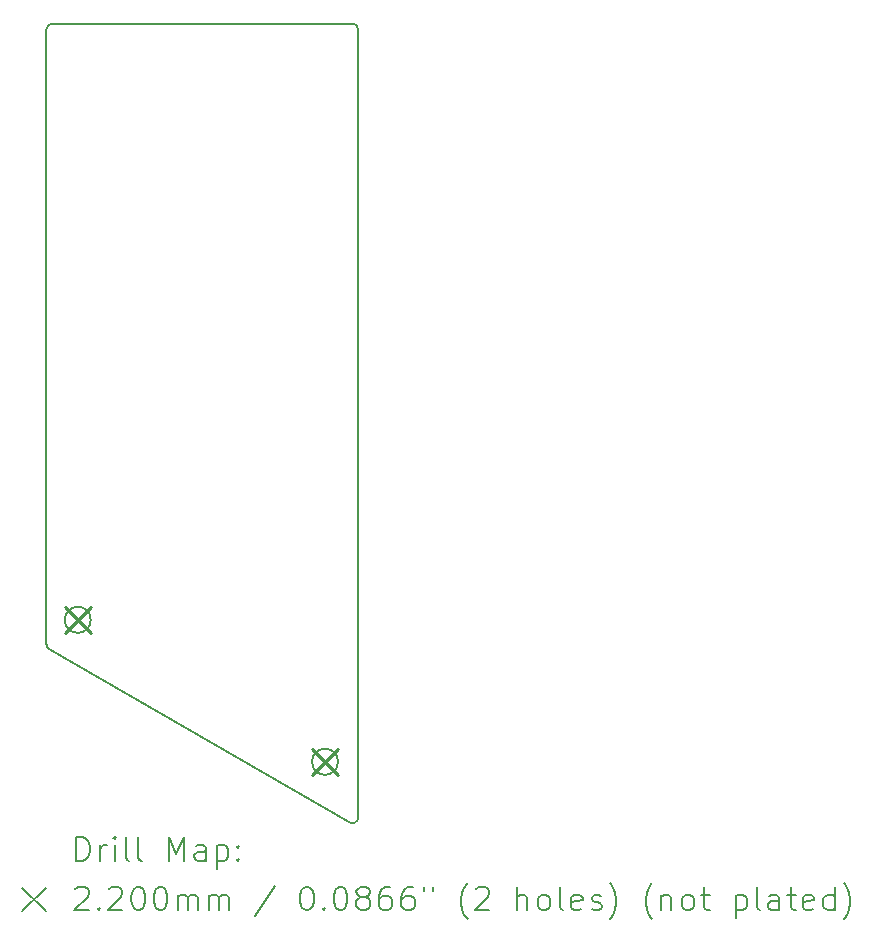
<source format=gbr>
%TF.GenerationSoftware,KiCad,Pcbnew,8.0.8+1*%
%TF.CreationDate,2025-06-17T15:49:25+00:00*%
%TF.ProjectId,controller_overlay,636f6e74-726f-46c6-9c65-725f6f766572,0.2*%
%TF.SameCoordinates,Original*%
%TF.FileFunction,Drillmap*%
%TF.FilePolarity,Positive*%
%FSLAX45Y45*%
G04 Gerber Fmt 4.5, Leading zero omitted, Abs format (unit mm)*
G04 Created by KiCad (PCBNEW 8.0.8+1) date 2025-06-17 15:49:25*
%MOMM*%
%LPD*%
G01*
G04 APERTURE LIST*
%ADD10C,0.150000*%
%ADD11C,0.200000*%
%ADD12C,0.220000*%
G04 APERTURE END LIST*
D10*
X20511300Y-9127028D02*
X20511300Y-3924000D01*
X20561300Y-3874000D02*
X23101300Y-3874000D01*
X23151300Y-3924000D02*
X23151300Y-10593498D01*
X23076300Y-10636799D02*
X20536300Y-9170329D01*
X20511300Y-3924000D02*
G75*
G02*
X20561300Y-3874000I50000J0D01*
G01*
X23101300Y-3874000D02*
G75*
G02*
X23151300Y-3924000I0J-50000D01*
G01*
X23151300Y-10593498D02*
G75*
G02*
X23076301Y-10636798I-50000J2D01*
G01*
X20536300Y-9170329D02*
G75*
G02*
X20511302Y-9127028I25000J43299D01*
G01*
X20886200Y-8922600D02*
G75*
G02*
X20666200Y-8922600I-110000J0D01*
G01*
X20666200Y-8922600D02*
G75*
G02*
X20886200Y-8922600I110000J0D01*
G01*
X22979400Y-10124500D02*
G75*
G02*
X22759400Y-10124500I-110000J0D01*
G01*
X22759400Y-10124500D02*
G75*
G02*
X22979400Y-10124500I110000J0D01*
G01*
D11*
D12*
X20666200Y-8812600D02*
X20886200Y-9032600D01*
X20886200Y-8812600D02*
X20666200Y-9032600D01*
X22759400Y-10014500D02*
X22979400Y-10234500D01*
X22979400Y-10014500D02*
X22759400Y-10234500D01*
D11*
X20764577Y-10962480D02*
X20764577Y-10762480D01*
X20764577Y-10762480D02*
X20812196Y-10762480D01*
X20812196Y-10762480D02*
X20840767Y-10772004D01*
X20840767Y-10772004D02*
X20859815Y-10791051D01*
X20859815Y-10791051D02*
X20869339Y-10810099D01*
X20869339Y-10810099D02*
X20878863Y-10848194D01*
X20878863Y-10848194D02*
X20878863Y-10876765D01*
X20878863Y-10876765D02*
X20869339Y-10914861D01*
X20869339Y-10914861D02*
X20859815Y-10933908D01*
X20859815Y-10933908D02*
X20840767Y-10952956D01*
X20840767Y-10952956D02*
X20812196Y-10962480D01*
X20812196Y-10962480D02*
X20764577Y-10962480D01*
X20964577Y-10962480D02*
X20964577Y-10829146D01*
X20964577Y-10867242D02*
X20974101Y-10848194D01*
X20974101Y-10848194D02*
X20983624Y-10838670D01*
X20983624Y-10838670D02*
X21002672Y-10829146D01*
X21002672Y-10829146D02*
X21021720Y-10829146D01*
X21088386Y-10962480D02*
X21088386Y-10829146D01*
X21088386Y-10762480D02*
X21078863Y-10772004D01*
X21078863Y-10772004D02*
X21088386Y-10781527D01*
X21088386Y-10781527D02*
X21097910Y-10772004D01*
X21097910Y-10772004D02*
X21088386Y-10762480D01*
X21088386Y-10762480D02*
X21088386Y-10781527D01*
X21212196Y-10962480D02*
X21193148Y-10952956D01*
X21193148Y-10952956D02*
X21183624Y-10933908D01*
X21183624Y-10933908D02*
X21183624Y-10762480D01*
X21316958Y-10962480D02*
X21297910Y-10952956D01*
X21297910Y-10952956D02*
X21288386Y-10933908D01*
X21288386Y-10933908D02*
X21288386Y-10762480D01*
X21545529Y-10962480D02*
X21545529Y-10762480D01*
X21545529Y-10762480D02*
X21612196Y-10905337D01*
X21612196Y-10905337D02*
X21678863Y-10762480D01*
X21678863Y-10762480D02*
X21678863Y-10962480D01*
X21859815Y-10962480D02*
X21859815Y-10857718D01*
X21859815Y-10857718D02*
X21850291Y-10838670D01*
X21850291Y-10838670D02*
X21831244Y-10829146D01*
X21831244Y-10829146D02*
X21793148Y-10829146D01*
X21793148Y-10829146D02*
X21774101Y-10838670D01*
X21859815Y-10952956D02*
X21840767Y-10962480D01*
X21840767Y-10962480D02*
X21793148Y-10962480D01*
X21793148Y-10962480D02*
X21774101Y-10952956D01*
X21774101Y-10952956D02*
X21764577Y-10933908D01*
X21764577Y-10933908D02*
X21764577Y-10914861D01*
X21764577Y-10914861D02*
X21774101Y-10895813D01*
X21774101Y-10895813D02*
X21793148Y-10886289D01*
X21793148Y-10886289D02*
X21840767Y-10886289D01*
X21840767Y-10886289D02*
X21859815Y-10876765D01*
X21955053Y-10829146D02*
X21955053Y-11029146D01*
X21955053Y-10838670D02*
X21974101Y-10829146D01*
X21974101Y-10829146D02*
X22012196Y-10829146D01*
X22012196Y-10829146D02*
X22031244Y-10838670D01*
X22031244Y-10838670D02*
X22040767Y-10848194D01*
X22040767Y-10848194D02*
X22050291Y-10867242D01*
X22050291Y-10867242D02*
X22050291Y-10924384D01*
X22050291Y-10924384D02*
X22040767Y-10943432D01*
X22040767Y-10943432D02*
X22031244Y-10952956D01*
X22031244Y-10952956D02*
X22012196Y-10962480D01*
X22012196Y-10962480D02*
X21974101Y-10962480D01*
X21974101Y-10962480D02*
X21955053Y-10952956D01*
X22136005Y-10943432D02*
X22145529Y-10952956D01*
X22145529Y-10952956D02*
X22136005Y-10962480D01*
X22136005Y-10962480D02*
X22126482Y-10952956D01*
X22126482Y-10952956D02*
X22136005Y-10943432D01*
X22136005Y-10943432D02*
X22136005Y-10962480D01*
X22136005Y-10838670D02*
X22145529Y-10848194D01*
X22145529Y-10848194D02*
X22136005Y-10857718D01*
X22136005Y-10857718D02*
X22126482Y-10848194D01*
X22126482Y-10848194D02*
X22136005Y-10838670D01*
X22136005Y-10838670D02*
X22136005Y-10857718D01*
X20303800Y-11190996D02*
X20503800Y-11390996D01*
X20503800Y-11190996D02*
X20303800Y-11390996D01*
X20755053Y-11201527D02*
X20764577Y-11192003D01*
X20764577Y-11192003D02*
X20783624Y-11182480D01*
X20783624Y-11182480D02*
X20831244Y-11182480D01*
X20831244Y-11182480D02*
X20850291Y-11192003D01*
X20850291Y-11192003D02*
X20859815Y-11201527D01*
X20859815Y-11201527D02*
X20869339Y-11220575D01*
X20869339Y-11220575D02*
X20869339Y-11239622D01*
X20869339Y-11239622D02*
X20859815Y-11268194D01*
X20859815Y-11268194D02*
X20745529Y-11382480D01*
X20745529Y-11382480D02*
X20869339Y-11382480D01*
X20955053Y-11363432D02*
X20964577Y-11372956D01*
X20964577Y-11372956D02*
X20955053Y-11382480D01*
X20955053Y-11382480D02*
X20945529Y-11372956D01*
X20945529Y-11372956D02*
X20955053Y-11363432D01*
X20955053Y-11363432D02*
X20955053Y-11382480D01*
X21040767Y-11201527D02*
X21050291Y-11192003D01*
X21050291Y-11192003D02*
X21069339Y-11182480D01*
X21069339Y-11182480D02*
X21116958Y-11182480D01*
X21116958Y-11182480D02*
X21136005Y-11192003D01*
X21136005Y-11192003D02*
X21145529Y-11201527D01*
X21145529Y-11201527D02*
X21155053Y-11220575D01*
X21155053Y-11220575D02*
X21155053Y-11239622D01*
X21155053Y-11239622D02*
X21145529Y-11268194D01*
X21145529Y-11268194D02*
X21031244Y-11382480D01*
X21031244Y-11382480D02*
X21155053Y-11382480D01*
X21278863Y-11182480D02*
X21297910Y-11182480D01*
X21297910Y-11182480D02*
X21316958Y-11192003D01*
X21316958Y-11192003D02*
X21326482Y-11201527D01*
X21326482Y-11201527D02*
X21336005Y-11220575D01*
X21336005Y-11220575D02*
X21345529Y-11258670D01*
X21345529Y-11258670D02*
X21345529Y-11306289D01*
X21345529Y-11306289D02*
X21336005Y-11344384D01*
X21336005Y-11344384D02*
X21326482Y-11363432D01*
X21326482Y-11363432D02*
X21316958Y-11372956D01*
X21316958Y-11372956D02*
X21297910Y-11382480D01*
X21297910Y-11382480D02*
X21278863Y-11382480D01*
X21278863Y-11382480D02*
X21259815Y-11372956D01*
X21259815Y-11372956D02*
X21250291Y-11363432D01*
X21250291Y-11363432D02*
X21240767Y-11344384D01*
X21240767Y-11344384D02*
X21231244Y-11306289D01*
X21231244Y-11306289D02*
X21231244Y-11258670D01*
X21231244Y-11258670D02*
X21240767Y-11220575D01*
X21240767Y-11220575D02*
X21250291Y-11201527D01*
X21250291Y-11201527D02*
X21259815Y-11192003D01*
X21259815Y-11192003D02*
X21278863Y-11182480D01*
X21469339Y-11182480D02*
X21488386Y-11182480D01*
X21488386Y-11182480D02*
X21507434Y-11192003D01*
X21507434Y-11192003D02*
X21516958Y-11201527D01*
X21516958Y-11201527D02*
X21526482Y-11220575D01*
X21526482Y-11220575D02*
X21536005Y-11258670D01*
X21536005Y-11258670D02*
X21536005Y-11306289D01*
X21536005Y-11306289D02*
X21526482Y-11344384D01*
X21526482Y-11344384D02*
X21516958Y-11363432D01*
X21516958Y-11363432D02*
X21507434Y-11372956D01*
X21507434Y-11372956D02*
X21488386Y-11382480D01*
X21488386Y-11382480D02*
X21469339Y-11382480D01*
X21469339Y-11382480D02*
X21450291Y-11372956D01*
X21450291Y-11372956D02*
X21440767Y-11363432D01*
X21440767Y-11363432D02*
X21431244Y-11344384D01*
X21431244Y-11344384D02*
X21421720Y-11306289D01*
X21421720Y-11306289D02*
X21421720Y-11258670D01*
X21421720Y-11258670D02*
X21431244Y-11220575D01*
X21431244Y-11220575D02*
X21440767Y-11201527D01*
X21440767Y-11201527D02*
X21450291Y-11192003D01*
X21450291Y-11192003D02*
X21469339Y-11182480D01*
X21621720Y-11382480D02*
X21621720Y-11249146D01*
X21621720Y-11268194D02*
X21631244Y-11258670D01*
X21631244Y-11258670D02*
X21650291Y-11249146D01*
X21650291Y-11249146D02*
X21678863Y-11249146D01*
X21678863Y-11249146D02*
X21697910Y-11258670D01*
X21697910Y-11258670D02*
X21707434Y-11277718D01*
X21707434Y-11277718D02*
X21707434Y-11382480D01*
X21707434Y-11277718D02*
X21716958Y-11258670D01*
X21716958Y-11258670D02*
X21736005Y-11249146D01*
X21736005Y-11249146D02*
X21764577Y-11249146D01*
X21764577Y-11249146D02*
X21783625Y-11258670D01*
X21783625Y-11258670D02*
X21793148Y-11277718D01*
X21793148Y-11277718D02*
X21793148Y-11382480D01*
X21888386Y-11382480D02*
X21888386Y-11249146D01*
X21888386Y-11268194D02*
X21897910Y-11258670D01*
X21897910Y-11258670D02*
X21916958Y-11249146D01*
X21916958Y-11249146D02*
X21945529Y-11249146D01*
X21945529Y-11249146D02*
X21964577Y-11258670D01*
X21964577Y-11258670D02*
X21974101Y-11277718D01*
X21974101Y-11277718D02*
X21974101Y-11382480D01*
X21974101Y-11277718D02*
X21983625Y-11258670D01*
X21983625Y-11258670D02*
X22002672Y-11249146D01*
X22002672Y-11249146D02*
X22031244Y-11249146D01*
X22031244Y-11249146D02*
X22050291Y-11258670D01*
X22050291Y-11258670D02*
X22059815Y-11277718D01*
X22059815Y-11277718D02*
X22059815Y-11382480D01*
X22450291Y-11172956D02*
X22278863Y-11430099D01*
X22707434Y-11182480D02*
X22726482Y-11182480D01*
X22726482Y-11182480D02*
X22745529Y-11192003D01*
X22745529Y-11192003D02*
X22755053Y-11201527D01*
X22755053Y-11201527D02*
X22764577Y-11220575D01*
X22764577Y-11220575D02*
X22774101Y-11258670D01*
X22774101Y-11258670D02*
X22774101Y-11306289D01*
X22774101Y-11306289D02*
X22764577Y-11344384D01*
X22764577Y-11344384D02*
X22755053Y-11363432D01*
X22755053Y-11363432D02*
X22745529Y-11372956D01*
X22745529Y-11372956D02*
X22726482Y-11382480D01*
X22726482Y-11382480D02*
X22707434Y-11382480D01*
X22707434Y-11382480D02*
X22688386Y-11372956D01*
X22688386Y-11372956D02*
X22678863Y-11363432D01*
X22678863Y-11363432D02*
X22669339Y-11344384D01*
X22669339Y-11344384D02*
X22659815Y-11306289D01*
X22659815Y-11306289D02*
X22659815Y-11258670D01*
X22659815Y-11258670D02*
X22669339Y-11220575D01*
X22669339Y-11220575D02*
X22678863Y-11201527D01*
X22678863Y-11201527D02*
X22688386Y-11192003D01*
X22688386Y-11192003D02*
X22707434Y-11182480D01*
X22859815Y-11363432D02*
X22869339Y-11372956D01*
X22869339Y-11372956D02*
X22859815Y-11382480D01*
X22859815Y-11382480D02*
X22850291Y-11372956D01*
X22850291Y-11372956D02*
X22859815Y-11363432D01*
X22859815Y-11363432D02*
X22859815Y-11382480D01*
X22993148Y-11182480D02*
X23012196Y-11182480D01*
X23012196Y-11182480D02*
X23031244Y-11192003D01*
X23031244Y-11192003D02*
X23040767Y-11201527D01*
X23040767Y-11201527D02*
X23050291Y-11220575D01*
X23050291Y-11220575D02*
X23059815Y-11258670D01*
X23059815Y-11258670D02*
X23059815Y-11306289D01*
X23059815Y-11306289D02*
X23050291Y-11344384D01*
X23050291Y-11344384D02*
X23040767Y-11363432D01*
X23040767Y-11363432D02*
X23031244Y-11372956D01*
X23031244Y-11372956D02*
X23012196Y-11382480D01*
X23012196Y-11382480D02*
X22993148Y-11382480D01*
X22993148Y-11382480D02*
X22974101Y-11372956D01*
X22974101Y-11372956D02*
X22964577Y-11363432D01*
X22964577Y-11363432D02*
X22955053Y-11344384D01*
X22955053Y-11344384D02*
X22945529Y-11306289D01*
X22945529Y-11306289D02*
X22945529Y-11258670D01*
X22945529Y-11258670D02*
X22955053Y-11220575D01*
X22955053Y-11220575D02*
X22964577Y-11201527D01*
X22964577Y-11201527D02*
X22974101Y-11192003D01*
X22974101Y-11192003D02*
X22993148Y-11182480D01*
X23174101Y-11268194D02*
X23155053Y-11258670D01*
X23155053Y-11258670D02*
X23145529Y-11249146D01*
X23145529Y-11249146D02*
X23136006Y-11230099D01*
X23136006Y-11230099D02*
X23136006Y-11220575D01*
X23136006Y-11220575D02*
X23145529Y-11201527D01*
X23145529Y-11201527D02*
X23155053Y-11192003D01*
X23155053Y-11192003D02*
X23174101Y-11182480D01*
X23174101Y-11182480D02*
X23212196Y-11182480D01*
X23212196Y-11182480D02*
X23231244Y-11192003D01*
X23231244Y-11192003D02*
X23240767Y-11201527D01*
X23240767Y-11201527D02*
X23250291Y-11220575D01*
X23250291Y-11220575D02*
X23250291Y-11230099D01*
X23250291Y-11230099D02*
X23240767Y-11249146D01*
X23240767Y-11249146D02*
X23231244Y-11258670D01*
X23231244Y-11258670D02*
X23212196Y-11268194D01*
X23212196Y-11268194D02*
X23174101Y-11268194D01*
X23174101Y-11268194D02*
X23155053Y-11277718D01*
X23155053Y-11277718D02*
X23145529Y-11287242D01*
X23145529Y-11287242D02*
X23136006Y-11306289D01*
X23136006Y-11306289D02*
X23136006Y-11344384D01*
X23136006Y-11344384D02*
X23145529Y-11363432D01*
X23145529Y-11363432D02*
X23155053Y-11372956D01*
X23155053Y-11372956D02*
X23174101Y-11382480D01*
X23174101Y-11382480D02*
X23212196Y-11382480D01*
X23212196Y-11382480D02*
X23231244Y-11372956D01*
X23231244Y-11372956D02*
X23240767Y-11363432D01*
X23240767Y-11363432D02*
X23250291Y-11344384D01*
X23250291Y-11344384D02*
X23250291Y-11306289D01*
X23250291Y-11306289D02*
X23240767Y-11287242D01*
X23240767Y-11287242D02*
X23231244Y-11277718D01*
X23231244Y-11277718D02*
X23212196Y-11268194D01*
X23421720Y-11182480D02*
X23383625Y-11182480D01*
X23383625Y-11182480D02*
X23364577Y-11192003D01*
X23364577Y-11192003D02*
X23355053Y-11201527D01*
X23355053Y-11201527D02*
X23336006Y-11230099D01*
X23336006Y-11230099D02*
X23326482Y-11268194D01*
X23326482Y-11268194D02*
X23326482Y-11344384D01*
X23326482Y-11344384D02*
X23336006Y-11363432D01*
X23336006Y-11363432D02*
X23345529Y-11372956D01*
X23345529Y-11372956D02*
X23364577Y-11382480D01*
X23364577Y-11382480D02*
X23402672Y-11382480D01*
X23402672Y-11382480D02*
X23421720Y-11372956D01*
X23421720Y-11372956D02*
X23431244Y-11363432D01*
X23431244Y-11363432D02*
X23440767Y-11344384D01*
X23440767Y-11344384D02*
X23440767Y-11296765D01*
X23440767Y-11296765D02*
X23431244Y-11277718D01*
X23431244Y-11277718D02*
X23421720Y-11268194D01*
X23421720Y-11268194D02*
X23402672Y-11258670D01*
X23402672Y-11258670D02*
X23364577Y-11258670D01*
X23364577Y-11258670D02*
X23345529Y-11268194D01*
X23345529Y-11268194D02*
X23336006Y-11277718D01*
X23336006Y-11277718D02*
X23326482Y-11296765D01*
X23612196Y-11182480D02*
X23574101Y-11182480D01*
X23574101Y-11182480D02*
X23555053Y-11192003D01*
X23555053Y-11192003D02*
X23545529Y-11201527D01*
X23545529Y-11201527D02*
X23526482Y-11230099D01*
X23526482Y-11230099D02*
X23516958Y-11268194D01*
X23516958Y-11268194D02*
X23516958Y-11344384D01*
X23516958Y-11344384D02*
X23526482Y-11363432D01*
X23526482Y-11363432D02*
X23536006Y-11372956D01*
X23536006Y-11372956D02*
X23555053Y-11382480D01*
X23555053Y-11382480D02*
X23593148Y-11382480D01*
X23593148Y-11382480D02*
X23612196Y-11372956D01*
X23612196Y-11372956D02*
X23621720Y-11363432D01*
X23621720Y-11363432D02*
X23631244Y-11344384D01*
X23631244Y-11344384D02*
X23631244Y-11296765D01*
X23631244Y-11296765D02*
X23621720Y-11277718D01*
X23621720Y-11277718D02*
X23612196Y-11268194D01*
X23612196Y-11268194D02*
X23593148Y-11258670D01*
X23593148Y-11258670D02*
X23555053Y-11258670D01*
X23555053Y-11258670D02*
X23536006Y-11268194D01*
X23536006Y-11268194D02*
X23526482Y-11277718D01*
X23526482Y-11277718D02*
X23516958Y-11296765D01*
X23707434Y-11182480D02*
X23707434Y-11220575D01*
X23783625Y-11182480D02*
X23783625Y-11220575D01*
X24078863Y-11458670D02*
X24069339Y-11449146D01*
X24069339Y-11449146D02*
X24050291Y-11420575D01*
X24050291Y-11420575D02*
X24040768Y-11401527D01*
X24040768Y-11401527D02*
X24031244Y-11372956D01*
X24031244Y-11372956D02*
X24021720Y-11325337D01*
X24021720Y-11325337D02*
X24021720Y-11287242D01*
X24021720Y-11287242D02*
X24031244Y-11239622D01*
X24031244Y-11239622D02*
X24040768Y-11211051D01*
X24040768Y-11211051D02*
X24050291Y-11192003D01*
X24050291Y-11192003D02*
X24069339Y-11163432D01*
X24069339Y-11163432D02*
X24078863Y-11153908D01*
X24145529Y-11201527D02*
X24155053Y-11192003D01*
X24155053Y-11192003D02*
X24174101Y-11182480D01*
X24174101Y-11182480D02*
X24221720Y-11182480D01*
X24221720Y-11182480D02*
X24240768Y-11192003D01*
X24240768Y-11192003D02*
X24250291Y-11201527D01*
X24250291Y-11201527D02*
X24259815Y-11220575D01*
X24259815Y-11220575D02*
X24259815Y-11239622D01*
X24259815Y-11239622D02*
X24250291Y-11268194D01*
X24250291Y-11268194D02*
X24136006Y-11382480D01*
X24136006Y-11382480D02*
X24259815Y-11382480D01*
X24497910Y-11382480D02*
X24497910Y-11182480D01*
X24583625Y-11382480D02*
X24583625Y-11277718D01*
X24583625Y-11277718D02*
X24574101Y-11258670D01*
X24574101Y-11258670D02*
X24555053Y-11249146D01*
X24555053Y-11249146D02*
X24526482Y-11249146D01*
X24526482Y-11249146D02*
X24507434Y-11258670D01*
X24507434Y-11258670D02*
X24497910Y-11268194D01*
X24707434Y-11382480D02*
X24688387Y-11372956D01*
X24688387Y-11372956D02*
X24678863Y-11363432D01*
X24678863Y-11363432D02*
X24669339Y-11344384D01*
X24669339Y-11344384D02*
X24669339Y-11287242D01*
X24669339Y-11287242D02*
X24678863Y-11268194D01*
X24678863Y-11268194D02*
X24688387Y-11258670D01*
X24688387Y-11258670D02*
X24707434Y-11249146D01*
X24707434Y-11249146D02*
X24736006Y-11249146D01*
X24736006Y-11249146D02*
X24755053Y-11258670D01*
X24755053Y-11258670D02*
X24764577Y-11268194D01*
X24764577Y-11268194D02*
X24774101Y-11287242D01*
X24774101Y-11287242D02*
X24774101Y-11344384D01*
X24774101Y-11344384D02*
X24764577Y-11363432D01*
X24764577Y-11363432D02*
X24755053Y-11372956D01*
X24755053Y-11372956D02*
X24736006Y-11382480D01*
X24736006Y-11382480D02*
X24707434Y-11382480D01*
X24888387Y-11382480D02*
X24869339Y-11372956D01*
X24869339Y-11372956D02*
X24859815Y-11353908D01*
X24859815Y-11353908D02*
X24859815Y-11182480D01*
X25040768Y-11372956D02*
X25021720Y-11382480D01*
X25021720Y-11382480D02*
X24983625Y-11382480D01*
X24983625Y-11382480D02*
X24964577Y-11372956D01*
X24964577Y-11372956D02*
X24955053Y-11353908D01*
X24955053Y-11353908D02*
X24955053Y-11277718D01*
X24955053Y-11277718D02*
X24964577Y-11258670D01*
X24964577Y-11258670D02*
X24983625Y-11249146D01*
X24983625Y-11249146D02*
X25021720Y-11249146D01*
X25021720Y-11249146D02*
X25040768Y-11258670D01*
X25040768Y-11258670D02*
X25050291Y-11277718D01*
X25050291Y-11277718D02*
X25050291Y-11296765D01*
X25050291Y-11296765D02*
X24955053Y-11315813D01*
X25126482Y-11372956D02*
X25145530Y-11382480D01*
X25145530Y-11382480D02*
X25183625Y-11382480D01*
X25183625Y-11382480D02*
X25202672Y-11372956D01*
X25202672Y-11372956D02*
X25212196Y-11353908D01*
X25212196Y-11353908D02*
X25212196Y-11344384D01*
X25212196Y-11344384D02*
X25202672Y-11325337D01*
X25202672Y-11325337D02*
X25183625Y-11315813D01*
X25183625Y-11315813D02*
X25155053Y-11315813D01*
X25155053Y-11315813D02*
X25136006Y-11306289D01*
X25136006Y-11306289D02*
X25126482Y-11287242D01*
X25126482Y-11287242D02*
X25126482Y-11277718D01*
X25126482Y-11277718D02*
X25136006Y-11258670D01*
X25136006Y-11258670D02*
X25155053Y-11249146D01*
X25155053Y-11249146D02*
X25183625Y-11249146D01*
X25183625Y-11249146D02*
X25202672Y-11258670D01*
X25278863Y-11458670D02*
X25288387Y-11449146D01*
X25288387Y-11449146D02*
X25307434Y-11420575D01*
X25307434Y-11420575D02*
X25316958Y-11401527D01*
X25316958Y-11401527D02*
X25326482Y-11372956D01*
X25326482Y-11372956D02*
X25336006Y-11325337D01*
X25336006Y-11325337D02*
X25336006Y-11287242D01*
X25336006Y-11287242D02*
X25326482Y-11239622D01*
X25326482Y-11239622D02*
X25316958Y-11211051D01*
X25316958Y-11211051D02*
X25307434Y-11192003D01*
X25307434Y-11192003D02*
X25288387Y-11163432D01*
X25288387Y-11163432D02*
X25278863Y-11153908D01*
X25640768Y-11458670D02*
X25631244Y-11449146D01*
X25631244Y-11449146D02*
X25612196Y-11420575D01*
X25612196Y-11420575D02*
X25602672Y-11401527D01*
X25602672Y-11401527D02*
X25593149Y-11372956D01*
X25593149Y-11372956D02*
X25583625Y-11325337D01*
X25583625Y-11325337D02*
X25583625Y-11287242D01*
X25583625Y-11287242D02*
X25593149Y-11239622D01*
X25593149Y-11239622D02*
X25602672Y-11211051D01*
X25602672Y-11211051D02*
X25612196Y-11192003D01*
X25612196Y-11192003D02*
X25631244Y-11163432D01*
X25631244Y-11163432D02*
X25640768Y-11153908D01*
X25716958Y-11249146D02*
X25716958Y-11382480D01*
X25716958Y-11268194D02*
X25726482Y-11258670D01*
X25726482Y-11258670D02*
X25745530Y-11249146D01*
X25745530Y-11249146D02*
X25774101Y-11249146D01*
X25774101Y-11249146D02*
X25793149Y-11258670D01*
X25793149Y-11258670D02*
X25802672Y-11277718D01*
X25802672Y-11277718D02*
X25802672Y-11382480D01*
X25926482Y-11382480D02*
X25907434Y-11372956D01*
X25907434Y-11372956D02*
X25897911Y-11363432D01*
X25897911Y-11363432D02*
X25888387Y-11344384D01*
X25888387Y-11344384D02*
X25888387Y-11287242D01*
X25888387Y-11287242D02*
X25897911Y-11268194D01*
X25897911Y-11268194D02*
X25907434Y-11258670D01*
X25907434Y-11258670D02*
X25926482Y-11249146D01*
X25926482Y-11249146D02*
X25955053Y-11249146D01*
X25955053Y-11249146D02*
X25974101Y-11258670D01*
X25974101Y-11258670D02*
X25983625Y-11268194D01*
X25983625Y-11268194D02*
X25993149Y-11287242D01*
X25993149Y-11287242D02*
X25993149Y-11344384D01*
X25993149Y-11344384D02*
X25983625Y-11363432D01*
X25983625Y-11363432D02*
X25974101Y-11372956D01*
X25974101Y-11372956D02*
X25955053Y-11382480D01*
X25955053Y-11382480D02*
X25926482Y-11382480D01*
X26050292Y-11249146D02*
X26126482Y-11249146D01*
X26078863Y-11182480D02*
X26078863Y-11353908D01*
X26078863Y-11353908D02*
X26088387Y-11372956D01*
X26088387Y-11372956D02*
X26107434Y-11382480D01*
X26107434Y-11382480D02*
X26126482Y-11382480D01*
X26345530Y-11249146D02*
X26345530Y-11449146D01*
X26345530Y-11258670D02*
X26364577Y-11249146D01*
X26364577Y-11249146D02*
X26402673Y-11249146D01*
X26402673Y-11249146D02*
X26421720Y-11258670D01*
X26421720Y-11258670D02*
X26431244Y-11268194D01*
X26431244Y-11268194D02*
X26440768Y-11287242D01*
X26440768Y-11287242D02*
X26440768Y-11344384D01*
X26440768Y-11344384D02*
X26431244Y-11363432D01*
X26431244Y-11363432D02*
X26421720Y-11372956D01*
X26421720Y-11372956D02*
X26402673Y-11382480D01*
X26402673Y-11382480D02*
X26364577Y-11382480D01*
X26364577Y-11382480D02*
X26345530Y-11372956D01*
X26555053Y-11382480D02*
X26536006Y-11372956D01*
X26536006Y-11372956D02*
X26526482Y-11353908D01*
X26526482Y-11353908D02*
X26526482Y-11182480D01*
X26716958Y-11382480D02*
X26716958Y-11277718D01*
X26716958Y-11277718D02*
X26707434Y-11258670D01*
X26707434Y-11258670D02*
X26688387Y-11249146D01*
X26688387Y-11249146D02*
X26650292Y-11249146D01*
X26650292Y-11249146D02*
X26631244Y-11258670D01*
X26716958Y-11372956D02*
X26697911Y-11382480D01*
X26697911Y-11382480D02*
X26650292Y-11382480D01*
X26650292Y-11382480D02*
X26631244Y-11372956D01*
X26631244Y-11372956D02*
X26621720Y-11353908D01*
X26621720Y-11353908D02*
X26621720Y-11334861D01*
X26621720Y-11334861D02*
X26631244Y-11315813D01*
X26631244Y-11315813D02*
X26650292Y-11306289D01*
X26650292Y-11306289D02*
X26697911Y-11306289D01*
X26697911Y-11306289D02*
X26716958Y-11296765D01*
X26783625Y-11249146D02*
X26859815Y-11249146D01*
X26812196Y-11182480D02*
X26812196Y-11353908D01*
X26812196Y-11353908D02*
X26821720Y-11372956D01*
X26821720Y-11372956D02*
X26840768Y-11382480D01*
X26840768Y-11382480D02*
X26859815Y-11382480D01*
X27002673Y-11372956D02*
X26983625Y-11382480D01*
X26983625Y-11382480D02*
X26945530Y-11382480D01*
X26945530Y-11382480D02*
X26926482Y-11372956D01*
X26926482Y-11372956D02*
X26916958Y-11353908D01*
X26916958Y-11353908D02*
X26916958Y-11277718D01*
X26916958Y-11277718D02*
X26926482Y-11258670D01*
X26926482Y-11258670D02*
X26945530Y-11249146D01*
X26945530Y-11249146D02*
X26983625Y-11249146D01*
X26983625Y-11249146D02*
X27002673Y-11258670D01*
X27002673Y-11258670D02*
X27012196Y-11277718D01*
X27012196Y-11277718D02*
X27012196Y-11296765D01*
X27012196Y-11296765D02*
X26916958Y-11315813D01*
X27183625Y-11382480D02*
X27183625Y-11182480D01*
X27183625Y-11372956D02*
X27164577Y-11382480D01*
X27164577Y-11382480D02*
X27126482Y-11382480D01*
X27126482Y-11382480D02*
X27107434Y-11372956D01*
X27107434Y-11372956D02*
X27097911Y-11363432D01*
X27097911Y-11363432D02*
X27088387Y-11344384D01*
X27088387Y-11344384D02*
X27088387Y-11287242D01*
X27088387Y-11287242D02*
X27097911Y-11268194D01*
X27097911Y-11268194D02*
X27107434Y-11258670D01*
X27107434Y-11258670D02*
X27126482Y-11249146D01*
X27126482Y-11249146D02*
X27164577Y-11249146D01*
X27164577Y-11249146D02*
X27183625Y-11258670D01*
X27259815Y-11458670D02*
X27269339Y-11449146D01*
X27269339Y-11449146D02*
X27288387Y-11420575D01*
X27288387Y-11420575D02*
X27297911Y-11401527D01*
X27297911Y-11401527D02*
X27307434Y-11372956D01*
X27307434Y-11372956D02*
X27316958Y-11325337D01*
X27316958Y-11325337D02*
X27316958Y-11287242D01*
X27316958Y-11287242D02*
X27307434Y-11239622D01*
X27307434Y-11239622D02*
X27297911Y-11211051D01*
X27297911Y-11211051D02*
X27288387Y-11192003D01*
X27288387Y-11192003D02*
X27269339Y-11163432D01*
X27269339Y-11163432D02*
X27259815Y-11153908D01*
M02*

</source>
